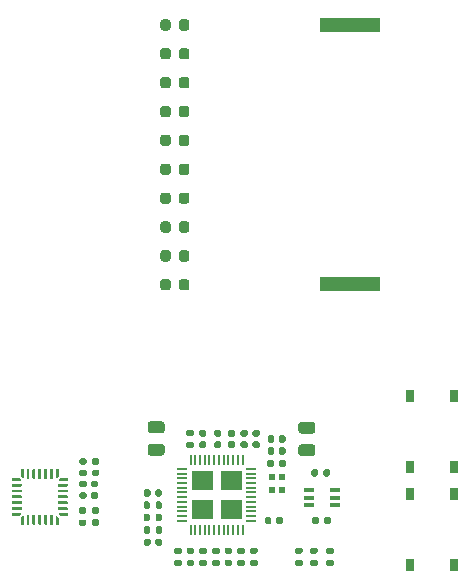
<source format=gtp>
G04 #@! TF.GenerationSoftware,KiCad,Pcbnew,(5.1.8)-1*
G04 #@! TF.CreationDate,2020-12-31T16:53:10-05:00*
G04 #@! TF.ProjectId,trackpad_test,74726163-6b70-4616-945f-746573742e6b,rev?*
G04 #@! TF.SameCoordinates,Original*
G04 #@! TF.FileFunction,Paste,Top*
G04 #@! TF.FilePolarity,Positive*
%FSLAX46Y46*%
G04 Gerber Fmt 4.6, Leading zero omitted, Abs format (unit mm)*
G04 Created by KiCad (PCBNEW (5.1.8)-1) date 2020-12-31 16:53:10*
%MOMM*%
%LPD*%
G01*
G04 APERTURE LIST*
%ADD10C,0.100000*%
%ADD11R,0.950000X0.400000*%
%ADD12R,0.500000X0.600000*%
%ADD13R,5.080000X1.270000*%
%ADD14R,0.850000X0.200000*%
%ADD15R,0.200000X0.850000*%
%ADD16R,0.700000X1.000000*%
G04 APERTURE END LIST*
D10*
G36*
X123426000Y-132225800D02*
G01*
X123426000Y-130675800D01*
X125126000Y-130675800D01*
X125126000Y-132225800D01*
X123426000Y-132225800D01*
G37*
X123426000Y-132225800D02*
X123426000Y-130675800D01*
X125126000Y-130675800D01*
X125126000Y-132225800D01*
X123426000Y-132225800D01*
G36*
X125826000Y-132175800D02*
G01*
X125826000Y-130625800D01*
X127526000Y-130625800D01*
X127526000Y-132175800D01*
X125826000Y-132175800D01*
G37*
X125826000Y-132175800D02*
X125826000Y-130625800D01*
X127526000Y-130625800D01*
X127526000Y-132175800D01*
X125826000Y-132175800D01*
G36*
X125826000Y-129725800D02*
G01*
X125826000Y-128175800D01*
X127526000Y-128175800D01*
X127526000Y-129725800D01*
X125826000Y-129725800D01*
G37*
X125826000Y-129725800D02*
X125826000Y-128175800D01*
X127526000Y-128175800D01*
X127526000Y-129725800D01*
X125826000Y-129725800D01*
G36*
X123426000Y-129775800D02*
G01*
X123426000Y-128225800D01*
X125126000Y-128225800D01*
X125126000Y-129775800D01*
X123426000Y-129775800D01*
G37*
X123426000Y-129775800D02*
X123426000Y-128225800D01*
X125126000Y-128225800D01*
X125126000Y-129775800D01*
X123426000Y-129775800D01*
D11*
X133299200Y-131119400D03*
X133299200Y-130469400D03*
X133299200Y-129819400D03*
X135499200Y-129819400D03*
X135499200Y-130469400D03*
X135499200Y-131119400D03*
G36*
G01*
X132620600Y-135243600D02*
X132250600Y-135243600D01*
G75*
G02*
X132115600Y-135108600I0J135000D01*
G01*
X132115600Y-134838600D01*
G75*
G02*
X132250600Y-134703600I135000J0D01*
G01*
X132620600Y-134703600D01*
G75*
G02*
X132755600Y-134838600I0J-135000D01*
G01*
X132755600Y-135108600D01*
G75*
G02*
X132620600Y-135243600I-135000J0D01*
G01*
G37*
G36*
G01*
X132620600Y-136263600D02*
X132250600Y-136263600D01*
G75*
G02*
X132115600Y-136128600I0J135000D01*
G01*
X132115600Y-135858600D01*
G75*
G02*
X132250600Y-135723600I135000J0D01*
G01*
X132620600Y-135723600D01*
G75*
G02*
X132755600Y-135858600I0J-135000D01*
G01*
X132755600Y-136128600D01*
G75*
G02*
X132620600Y-136263600I-135000J0D01*
G01*
G37*
D12*
X130181400Y-129861400D03*
X130181400Y-128761400D03*
X130981400Y-128761400D03*
X130981400Y-129861400D03*
D13*
X136753600Y-112381800D03*
X136753600Y-90411800D03*
D14*
X128426000Y-128025800D03*
X128426000Y-128425800D03*
X128426000Y-128825800D03*
X128426000Y-129225800D03*
X128426000Y-129625800D03*
X128426000Y-130025800D03*
X128426000Y-130425800D03*
X128426000Y-130825800D03*
X128426000Y-131225800D03*
X128426000Y-131625800D03*
X128426000Y-132025800D03*
X128426000Y-132425800D03*
D15*
X127676000Y-133175800D03*
X127276000Y-133175800D03*
X126876000Y-133175800D03*
X126476000Y-133175800D03*
X126076000Y-133175800D03*
X125676000Y-133175800D03*
X125276000Y-133175800D03*
X124876000Y-133175800D03*
X124476000Y-133175800D03*
X124076000Y-133175800D03*
X123676000Y-133175800D03*
X123276000Y-133175800D03*
D14*
X122526000Y-132425800D03*
X122526000Y-132025800D03*
X122526000Y-131625800D03*
X122526000Y-131225800D03*
X122526000Y-130825800D03*
X122526000Y-130425800D03*
X122526000Y-130025800D03*
X122526000Y-129625800D03*
X122526000Y-129225800D03*
X122526000Y-128825800D03*
X122526000Y-128425800D03*
X122526000Y-128025800D03*
D15*
X123276000Y-127275800D03*
X123676000Y-127275800D03*
X124076000Y-127275800D03*
X124476000Y-127275800D03*
X124876000Y-127275800D03*
X125276000Y-127275800D03*
X125676000Y-127275800D03*
X126076000Y-127275800D03*
X126476000Y-127275800D03*
X126876000Y-127275800D03*
X127276000Y-127275800D03*
X127676000Y-127275800D03*
G36*
G01*
X125227499Y-135725600D02*
X125597499Y-135725600D01*
G75*
G02*
X125732499Y-135860600I0J-135000D01*
G01*
X125732499Y-136130600D01*
G75*
G02*
X125597499Y-136265600I-135000J0D01*
G01*
X125227499Y-136265600D01*
G75*
G02*
X125092499Y-136130600I0J135000D01*
G01*
X125092499Y-135860600D01*
G75*
G02*
X125227499Y-135725600I135000J0D01*
G01*
G37*
G36*
G01*
X125227499Y-134705600D02*
X125597499Y-134705600D01*
G75*
G02*
X125732499Y-134840600I0J-135000D01*
G01*
X125732499Y-135110600D01*
G75*
G02*
X125597499Y-135245600I-135000J0D01*
G01*
X125227499Y-135245600D01*
G75*
G02*
X125092499Y-135110600I0J135000D01*
G01*
X125092499Y-134840600D01*
G75*
G02*
X125227499Y-134705600I135000J0D01*
G01*
G37*
G36*
G01*
X123085433Y-135725600D02*
X123455433Y-135725600D01*
G75*
G02*
X123590433Y-135860600I0J-135000D01*
G01*
X123590433Y-136130600D01*
G75*
G02*
X123455433Y-136265600I-135000J0D01*
G01*
X123085433Y-136265600D01*
G75*
G02*
X122950433Y-136130600I0J135000D01*
G01*
X122950433Y-135860600D01*
G75*
G02*
X123085433Y-135725600I135000J0D01*
G01*
G37*
G36*
G01*
X123085433Y-134705600D02*
X123455433Y-134705600D01*
G75*
G02*
X123590433Y-134840600I0J-135000D01*
G01*
X123590433Y-135110600D01*
G75*
G02*
X123455433Y-135245600I-135000J0D01*
G01*
X123085433Y-135245600D01*
G75*
G02*
X122950433Y-135110600I0J135000D01*
G01*
X122950433Y-134840600D01*
G75*
G02*
X123085433Y-134705600I135000J0D01*
G01*
G37*
G36*
G01*
X126298532Y-135725600D02*
X126668532Y-135725600D01*
G75*
G02*
X126803532Y-135860600I0J-135000D01*
G01*
X126803532Y-136130600D01*
G75*
G02*
X126668532Y-136265600I-135000J0D01*
G01*
X126298532Y-136265600D01*
G75*
G02*
X126163532Y-136130600I0J135000D01*
G01*
X126163532Y-135860600D01*
G75*
G02*
X126298532Y-135725600I135000J0D01*
G01*
G37*
G36*
G01*
X126298532Y-134705600D02*
X126668532Y-134705600D01*
G75*
G02*
X126803532Y-134840600I0J-135000D01*
G01*
X126803532Y-135110600D01*
G75*
G02*
X126668532Y-135245600I-135000J0D01*
G01*
X126298532Y-135245600D01*
G75*
G02*
X126163532Y-135110600I0J135000D01*
G01*
X126163532Y-134840600D01*
G75*
G02*
X126298532Y-134705600I135000J0D01*
G01*
G37*
G36*
G01*
X124156466Y-135725600D02*
X124526466Y-135725600D01*
G75*
G02*
X124661466Y-135860600I0J-135000D01*
G01*
X124661466Y-136130600D01*
G75*
G02*
X124526466Y-136265600I-135000J0D01*
G01*
X124156466Y-136265600D01*
G75*
G02*
X124021466Y-136130600I0J135000D01*
G01*
X124021466Y-135860600D01*
G75*
G02*
X124156466Y-135725600I135000J0D01*
G01*
G37*
G36*
G01*
X124156466Y-134705600D02*
X124526466Y-134705600D01*
G75*
G02*
X124661466Y-134840600I0J-135000D01*
G01*
X124661466Y-135110600D01*
G75*
G02*
X124526466Y-135245600I-135000J0D01*
G01*
X124156466Y-135245600D01*
G75*
G02*
X124021466Y-135110600I0J135000D01*
G01*
X124021466Y-134840600D01*
G75*
G02*
X124156466Y-134705600I135000J0D01*
G01*
G37*
G36*
G01*
X127369565Y-135725600D02*
X127739565Y-135725600D01*
G75*
G02*
X127874565Y-135860600I0J-135000D01*
G01*
X127874565Y-136130600D01*
G75*
G02*
X127739565Y-136265600I-135000J0D01*
G01*
X127369565Y-136265600D01*
G75*
G02*
X127234565Y-136130600I0J135000D01*
G01*
X127234565Y-135860600D01*
G75*
G02*
X127369565Y-135725600I135000J0D01*
G01*
G37*
G36*
G01*
X127369565Y-134705600D02*
X127739565Y-134705600D01*
G75*
G02*
X127874565Y-134840600I0J-135000D01*
G01*
X127874565Y-135110600D01*
G75*
G02*
X127739565Y-135245600I-135000J0D01*
G01*
X127369565Y-135245600D01*
G75*
G02*
X127234565Y-135110600I0J135000D01*
G01*
X127234565Y-134840600D01*
G75*
G02*
X127369565Y-134705600I135000J0D01*
G01*
G37*
G36*
G01*
X122014400Y-135725600D02*
X122384400Y-135725600D01*
G75*
G02*
X122519400Y-135860600I0J-135000D01*
G01*
X122519400Y-136130600D01*
G75*
G02*
X122384400Y-136265600I-135000J0D01*
G01*
X122014400Y-136265600D01*
G75*
G02*
X121879400Y-136130600I0J135000D01*
G01*
X121879400Y-135860600D01*
G75*
G02*
X122014400Y-135725600I135000J0D01*
G01*
G37*
G36*
G01*
X122014400Y-134705600D02*
X122384400Y-134705600D01*
G75*
G02*
X122519400Y-134840600I0J-135000D01*
G01*
X122519400Y-135110600D01*
G75*
G02*
X122384400Y-135245600I-135000J0D01*
G01*
X122014400Y-135245600D01*
G75*
G02*
X121879400Y-135110600I0J135000D01*
G01*
X121879400Y-134840600D01*
G75*
G02*
X122014400Y-134705600I135000J0D01*
G01*
G37*
G36*
G01*
X128440600Y-135725600D02*
X128810600Y-135725600D01*
G75*
G02*
X128945600Y-135860600I0J-135000D01*
G01*
X128945600Y-136130600D01*
G75*
G02*
X128810600Y-136265600I-135000J0D01*
G01*
X128440600Y-136265600D01*
G75*
G02*
X128305600Y-136130600I0J135000D01*
G01*
X128305600Y-135860600D01*
G75*
G02*
X128440600Y-135725600I135000J0D01*
G01*
G37*
G36*
G01*
X128440600Y-134705600D02*
X128810600Y-134705600D01*
G75*
G02*
X128945600Y-134840600I0J-135000D01*
G01*
X128945600Y-135110600D01*
G75*
G02*
X128810600Y-135245600I-135000J0D01*
G01*
X128440600Y-135245600D01*
G75*
G02*
X128305600Y-135110600I0J135000D01*
G01*
X128305600Y-134840600D01*
G75*
G02*
X128440600Y-134705600I135000J0D01*
G01*
G37*
G36*
G01*
X119833800Y-130924800D02*
X119833800Y-131294800D01*
G75*
G02*
X119698800Y-131429800I-135000J0D01*
G01*
X119428800Y-131429800D01*
G75*
G02*
X119293800Y-131294800I0J135000D01*
G01*
X119293800Y-130924800D01*
G75*
G02*
X119428800Y-130789800I135000J0D01*
G01*
X119698800Y-130789800D01*
G75*
G02*
X119833800Y-130924800I0J-135000D01*
G01*
G37*
G36*
G01*
X120853800Y-130924800D02*
X120853800Y-131294800D01*
G75*
G02*
X120718800Y-131429800I-135000J0D01*
G01*
X120448800Y-131429800D01*
G75*
G02*
X120313800Y-131294800I0J135000D01*
G01*
X120313800Y-130924800D01*
G75*
G02*
X120448800Y-130789800I135000J0D01*
G01*
X120718800Y-130789800D01*
G75*
G02*
X120853800Y-130924800I0J-135000D01*
G01*
G37*
G36*
G01*
X119833800Y-131971200D02*
X119833800Y-132341200D01*
G75*
G02*
X119698800Y-132476200I-135000J0D01*
G01*
X119428800Y-132476200D01*
G75*
G02*
X119293800Y-132341200I0J135000D01*
G01*
X119293800Y-131971200D01*
G75*
G02*
X119428800Y-131836200I135000J0D01*
G01*
X119698800Y-131836200D01*
G75*
G02*
X119833800Y-131971200I0J-135000D01*
G01*
G37*
G36*
G01*
X120853800Y-131971200D02*
X120853800Y-132341200D01*
G75*
G02*
X120718800Y-132476200I-135000J0D01*
G01*
X120448800Y-132476200D01*
G75*
G02*
X120313800Y-132341200I0J135000D01*
G01*
X120313800Y-131971200D01*
G75*
G02*
X120448800Y-131836200I135000J0D01*
G01*
X120718800Y-131836200D01*
G75*
G02*
X120853800Y-131971200I0J-135000D01*
G01*
G37*
G36*
G01*
X119833800Y-133017600D02*
X119833800Y-133387600D01*
G75*
G02*
X119698800Y-133522600I-135000J0D01*
G01*
X119428800Y-133522600D01*
G75*
G02*
X119293800Y-133387600I0J135000D01*
G01*
X119293800Y-133017600D01*
G75*
G02*
X119428800Y-132882600I135000J0D01*
G01*
X119698800Y-132882600D01*
G75*
G02*
X119833800Y-133017600I0J-135000D01*
G01*
G37*
G36*
G01*
X120853800Y-133017600D02*
X120853800Y-133387600D01*
G75*
G02*
X120718800Y-133522600I-135000J0D01*
G01*
X120448800Y-133522600D01*
G75*
G02*
X120313800Y-133387600I0J135000D01*
G01*
X120313800Y-133017600D01*
G75*
G02*
X120448800Y-132882600I135000J0D01*
G01*
X120718800Y-132882600D01*
G75*
G02*
X120853800Y-133017600I0J-135000D01*
G01*
G37*
D16*
X141840999Y-121835001D03*
X145540999Y-127835001D03*
X145540999Y-121835001D03*
X141840999Y-127835001D03*
G36*
G01*
X134917600Y-135725600D02*
X135287600Y-135725600D01*
G75*
G02*
X135422600Y-135860600I0J-135000D01*
G01*
X135422600Y-136130600D01*
G75*
G02*
X135287600Y-136265600I-135000J0D01*
G01*
X134917600Y-136265600D01*
G75*
G02*
X134782600Y-136130600I0J135000D01*
G01*
X134782600Y-135860600D01*
G75*
G02*
X134917600Y-135725600I135000J0D01*
G01*
G37*
G36*
G01*
X134917600Y-134705600D02*
X135287600Y-134705600D01*
G75*
G02*
X135422600Y-134840600I0J-135000D01*
G01*
X135422600Y-135110600D01*
G75*
G02*
X135287600Y-135245600I-135000J0D01*
G01*
X134917600Y-135245600D01*
G75*
G02*
X134782600Y-135110600I0J135000D01*
G01*
X134782600Y-134840600D01*
G75*
G02*
X134917600Y-134705600I135000J0D01*
G01*
G37*
G36*
G01*
X133520600Y-135725600D02*
X133890600Y-135725600D01*
G75*
G02*
X134025600Y-135860600I0J-135000D01*
G01*
X134025600Y-136130600D01*
G75*
G02*
X133890600Y-136265600I-135000J0D01*
G01*
X133520600Y-136265600D01*
G75*
G02*
X133385600Y-136130600I0J135000D01*
G01*
X133385600Y-135860600D01*
G75*
G02*
X133520600Y-135725600I135000J0D01*
G01*
G37*
G36*
G01*
X133520600Y-134705600D02*
X133890600Y-134705600D01*
G75*
G02*
X134025600Y-134840600I0J-135000D01*
G01*
X134025600Y-135110600D01*
G75*
G02*
X133890600Y-135245600I-135000J0D01*
G01*
X133520600Y-135245600D01*
G75*
G02*
X133385600Y-135110600I0J135000D01*
G01*
X133385600Y-134840600D01*
G75*
G02*
X133520600Y-134705600I135000J0D01*
G01*
G37*
G36*
G01*
X134126000Y-132199800D02*
X134126000Y-132569800D01*
G75*
G02*
X133991000Y-132704800I-135000J0D01*
G01*
X133721000Y-132704800D01*
G75*
G02*
X133586000Y-132569800I0J135000D01*
G01*
X133586000Y-132199800D01*
G75*
G02*
X133721000Y-132064800I135000J0D01*
G01*
X133991000Y-132064800D01*
G75*
G02*
X134126000Y-132199800I0J-135000D01*
G01*
G37*
G36*
G01*
X135146000Y-132199800D02*
X135146000Y-132569800D01*
G75*
G02*
X135011000Y-132704800I-135000J0D01*
G01*
X134741000Y-132704800D01*
G75*
G02*
X134606000Y-132569800I0J135000D01*
G01*
X134606000Y-132199800D01*
G75*
G02*
X134741000Y-132064800I135000J0D01*
G01*
X135011000Y-132064800D01*
G75*
G02*
X135146000Y-132199800I0J-135000D01*
G01*
G37*
G36*
G01*
X134049800Y-128186601D02*
X134049800Y-128556601D01*
G75*
G02*
X133914800Y-128691601I-135000J0D01*
G01*
X133644800Y-128691601D01*
G75*
G02*
X133509800Y-128556601I0J135000D01*
G01*
X133509800Y-128186601D01*
G75*
G02*
X133644800Y-128051601I135000J0D01*
G01*
X133914800Y-128051601D01*
G75*
G02*
X134049800Y-128186601I0J-135000D01*
G01*
G37*
G36*
G01*
X135069800Y-128186601D02*
X135069800Y-128556601D01*
G75*
G02*
X134934800Y-128691601I-135000J0D01*
G01*
X134664800Y-128691601D01*
G75*
G02*
X134529800Y-128556601I0J135000D01*
G01*
X134529800Y-128186601D01*
G75*
G02*
X134664800Y-128051601I135000J0D01*
G01*
X134934800Y-128051601D01*
G75*
G02*
X135069800Y-128186601I0J-135000D01*
G01*
G37*
G36*
G01*
X133596400Y-125051400D02*
X132646400Y-125051400D01*
G75*
G02*
X132396400Y-124801400I0J250000D01*
G01*
X132396400Y-124301400D01*
G75*
G02*
X132646400Y-124051400I250000J0D01*
G01*
X133596400Y-124051400D01*
G75*
G02*
X133846400Y-124301400I0J-250000D01*
G01*
X133846400Y-124801400D01*
G75*
G02*
X133596400Y-125051400I-250000J0D01*
G01*
G37*
G36*
G01*
X133596400Y-126951400D02*
X132646400Y-126951400D01*
G75*
G02*
X132396400Y-126701400I0J250000D01*
G01*
X132396400Y-126201400D01*
G75*
G02*
X132646400Y-125951400I250000J0D01*
G01*
X133596400Y-125951400D01*
G75*
G02*
X133846400Y-126201400I0J-250000D01*
G01*
X133846400Y-126701400D01*
G75*
G02*
X133596400Y-126951400I-250000J0D01*
G01*
G37*
G36*
G01*
X119895600Y-125915800D02*
X120845600Y-125915800D01*
G75*
G02*
X121095600Y-126165800I0J-250000D01*
G01*
X121095600Y-126665800D01*
G75*
G02*
X120845600Y-126915800I-250000J0D01*
G01*
X119895600Y-126915800D01*
G75*
G02*
X119645600Y-126665800I0J250000D01*
G01*
X119645600Y-126165800D01*
G75*
G02*
X119895600Y-125915800I250000J0D01*
G01*
G37*
G36*
G01*
X119895600Y-124015800D02*
X120845600Y-124015800D01*
G75*
G02*
X121095600Y-124265800I0J-250000D01*
G01*
X121095600Y-124765800D01*
G75*
G02*
X120845600Y-125015800I-250000J0D01*
G01*
X119895600Y-125015800D01*
G75*
G02*
X119645600Y-124765800I0J250000D01*
G01*
X119645600Y-124265800D01*
G75*
G02*
X119895600Y-124015800I250000J0D01*
G01*
G37*
X141884400Y-130144000D03*
X145584400Y-136144000D03*
X145584400Y-130144000D03*
X141884400Y-136144000D03*
G36*
G01*
X130796000Y-127769200D02*
X130796000Y-127399200D01*
G75*
G02*
X130931000Y-127264200I135000J0D01*
G01*
X131201000Y-127264200D01*
G75*
G02*
X131336000Y-127399200I0J-135000D01*
G01*
X131336000Y-127769200D01*
G75*
G02*
X131201000Y-127904200I-135000J0D01*
G01*
X130931000Y-127904200D01*
G75*
G02*
X130796000Y-127769200I0J135000D01*
G01*
G37*
G36*
G01*
X129776000Y-127769200D02*
X129776000Y-127399200D01*
G75*
G02*
X129911000Y-127264200I135000J0D01*
G01*
X130181000Y-127264200D01*
G75*
G02*
X130316000Y-127399200I0J-135000D01*
G01*
X130316000Y-127769200D01*
G75*
G02*
X130181000Y-127904200I-135000J0D01*
G01*
X129911000Y-127904200D01*
G75*
G02*
X129776000Y-127769200I0J135000D01*
G01*
G37*
G36*
G01*
X123055800Y-125739400D02*
X123425800Y-125739400D01*
G75*
G02*
X123560800Y-125874400I0J-135000D01*
G01*
X123560800Y-126144400D01*
G75*
G02*
X123425800Y-126279400I-135000J0D01*
G01*
X123055800Y-126279400D01*
G75*
G02*
X122920800Y-126144400I0J135000D01*
G01*
X122920800Y-125874400D01*
G75*
G02*
X123055800Y-125739400I135000J0D01*
G01*
G37*
G36*
G01*
X123055800Y-124719400D02*
X123425800Y-124719400D01*
G75*
G02*
X123560800Y-124854400I0J-135000D01*
G01*
X123560800Y-125124400D01*
G75*
G02*
X123425800Y-125259400I-135000J0D01*
G01*
X123055800Y-125259400D01*
G75*
G02*
X122920800Y-125124400I0J135000D01*
G01*
X122920800Y-124854400D01*
G75*
G02*
X123055800Y-124719400I135000J0D01*
G01*
G37*
G36*
G01*
X119893800Y-134069000D02*
X119893800Y-134409000D01*
G75*
G02*
X119753800Y-134549000I-140000J0D01*
G01*
X119473800Y-134549000D01*
G75*
G02*
X119333800Y-134409000I0J140000D01*
G01*
X119333800Y-134069000D01*
G75*
G02*
X119473800Y-133929000I140000J0D01*
G01*
X119753800Y-133929000D01*
G75*
G02*
X119893800Y-134069000I0J-140000D01*
G01*
G37*
G36*
G01*
X120853800Y-134069000D02*
X120853800Y-134409000D01*
G75*
G02*
X120713800Y-134549000I-140000J0D01*
G01*
X120433800Y-134549000D01*
G75*
G02*
X120293800Y-134409000I0J140000D01*
G01*
X120293800Y-134069000D01*
G75*
G02*
X120433800Y-133929000I140000J0D01*
G01*
X120713800Y-133929000D01*
G75*
G02*
X120853800Y-134069000I0J-140000D01*
G01*
G37*
G36*
G01*
X130530000Y-132580200D02*
X130530000Y-132240200D01*
G75*
G02*
X130670000Y-132100200I140000J0D01*
G01*
X130950000Y-132100200D01*
G75*
G02*
X131090000Y-132240200I0J-140000D01*
G01*
X131090000Y-132580200D01*
G75*
G02*
X130950000Y-132720200I-140000J0D01*
G01*
X130670000Y-132720200D01*
G75*
G02*
X130530000Y-132580200I0J140000D01*
G01*
G37*
G36*
G01*
X129570000Y-132580200D02*
X129570000Y-132240200D01*
G75*
G02*
X129710000Y-132100200I140000J0D01*
G01*
X129990000Y-132100200D01*
G75*
G02*
X130130000Y-132240200I0J-140000D01*
G01*
X130130000Y-132580200D01*
G75*
G02*
X129990000Y-132720200I-140000J0D01*
G01*
X129710000Y-132720200D01*
G75*
G02*
X129570000Y-132580200I0J140000D01*
G01*
G37*
G36*
G01*
X119893800Y-129903400D02*
X119893800Y-130243400D01*
G75*
G02*
X119753800Y-130383400I-140000J0D01*
G01*
X119473800Y-130383400D01*
G75*
G02*
X119333800Y-130243400I0J140000D01*
G01*
X119333800Y-129903400D01*
G75*
G02*
X119473800Y-129763400I140000J0D01*
G01*
X119753800Y-129763400D01*
G75*
G02*
X119893800Y-129903400I0J-140000D01*
G01*
G37*
G36*
G01*
X120853800Y-129903400D02*
X120853800Y-130243400D01*
G75*
G02*
X120713800Y-130383400I-140000J0D01*
G01*
X120433800Y-130383400D01*
G75*
G02*
X120293800Y-130243400I0J140000D01*
G01*
X120293800Y-129903400D01*
G75*
G02*
X120433800Y-129763400I140000J0D01*
G01*
X120713800Y-129763400D01*
G75*
G02*
X120853800Y-129903400I0J-140000D01*
G01*
G37*
G36*
G01*
X130756000Y-126687400D02*
X130756000Y-126347400D01*
G75*
G02*
X130896000Y-126207400I140000J0D01*
G01*
X131176000Y-126207400D01*
G75*
G02*
X131316000Y-126347400I0J-140000D01*
G01*
X131316000Y-126687400D01*
G75*
G02*
X131176000Y-126827400I-140000J0D01*
G01*
X130896000Y-126827400D01*
G75*
G02*
X130756000Y-126687400I0J140000D01*
G01*
G37*
G36*
G01*
X129796000Y-126687400D02*
X129796000Y-126347400D01*
G75*
G02*
X129936000Y-126207400I140000J0D01*
G01*
X130216000Y-126207400D01*
G75*
G02*
X130356000Y-126347400I0J-140000D01*
G01*
X130356000Y-126687400D01*
G75*
G02*
X130216000Y-126827400I-140000J0D01*
G01*
X129936000Y-126827400D01*
G75*
G02*
X129796000Y-126687400I0J140000D01*
G01*
G37*
G36*
G01*
X130756000Y-125671400D02*
X130756000Y-125331400D01*
G75*
G02*
X130896000Y-125191400I140000J0D01*
G01*
X131176000Y-125191400D01*
G75*
G02*
X131316000Y-125331400I0J-140000D01*
G01*
X131316000Y-125671400D01*
G75*
G02*
X131176000Y-125811400I-140000J0D01*
G01*
X130896000Y-125811400D01*
G75*
G02*
X130756000Y-125671400I0J140000D01*
G01*
G37*
G36*
G01*
X129796000Y-125671400D02*
X129796000Y-125331400D01*
G75*
G02*
X129936000Y-125191400I140000J0D01*
G01*
X130216000Y-125191400D01*
G75*
G02*
X130356000Y-125331400I0J-140000D01*
G01*
X130356000Y-125671400D01*
G75*
G02*
X130216000Y-125811400I-140000J0D01*
G01*
X129936000Y-125811400D01*
G75*
G02*
X129796000Y-125671400I0J140000D01*
G01*
G37*
G36*
G01*
X124137600Y-125701400D02*
X124477600Y-125701400D01*
G75*
G02*
X124617600Y-125841400I0J-140000D01*
G01*
X124617600Y-126121400D01*
G75*
G02*
X124477600Y-126261400I-140000J0D01*
G01*
X124137600Y-126261400D01*
G75*
G02*
X123997600Y-126121400I0J140000D01*
G01*
X123997600Y-125841400D01*
G75*
G02*
X124137600Y-125701400I140000J0D01*
G01*
G37*
G36*
G01*
X124137600Y-124741400D02*
X124477600Y-124741400D01*
G75*
G02*
X124617600Y-124881400I0J-140000D01*
G01*
X124617600Y-125161400D01*
G75*
G02*
X124477600Y-125301400I-140000J0D01*
G01*
X124137600Y-125301400D01*
G75*
G02*
X123997600Y-125161400I0J140000D01*
G01*
X123997600Y-124881400D01*
G75*
G02*
X124137600Y-124741400I140000J0D01*
G01*
G37*
G36*
G01*
X125407600Y-125701400D02*
X125747600Y-125701400D01*
G75*
G02*
X125887600Y-125841400I0J-140000D01*
G01*
X125887600Y-126121400D01*
G75*
G02*
X125747600Y-126261400I-140000J0D01*
G01*
X125407600Y-126261400D01*
G75*
G02*
X125267600Y-126121400I0J140000D01*
G01*
X125267600Y-125841400D01*
G75*
G02*
X125407600Y-125701400I140000J0D01*
G01*
G37*
G36*
G01*
X125407600Y-124741400D02*
X125747600Y-124741400D01*
G75*
G02*
X125887600Y-124881400I0J-140000D01*
G01*
X125887600Y-125161400D01*
G75*
G02*
X125747600Y-125301400I-140000J0D01*
G01*
X125407600Y-125301400D01*
G75*
G02*
X125267600Y-125161400I0J140000D01*
G01*
X125267600Y-124881400D01*
G75*
G02*
X125407600Y-124741400I140000J0D01*
G01*
G37*
G36*
G01*
X127982800Y-125301400D02*
X127642800Y-125301400D01*
G75*
G02*
X127502800Y-125161400I0J140000D01*
G01*
X127502800Y-124881400D01*
G75*
G02*
X127642800Y-124741400I140000J0D01*
G01*
X127982800Y-124741400D01*
G75*
G02*
X128122800Y-124881400I0J-140000D01*
G01*
X128122800Y-125161400D01*
G75*
G02*
X127982800Y-125301400I-140000J0D01*
G01*
G37*
G36*
G01*
X127982800Y-126261400D02*
X127642800Y-126261400D01*
G75*
G02*
X127502800Y-126121400I0J140000D01*
G01*
X127502800Y-125841400D01*
G75*
G02*
X127642800Y-125701400I140000J0D01*
G01*
X127982800Y-125701400D01*
G75*
G02*
X128122800Y-125841400I0J-140000D01*
G01*
X128122800Y-126121400D01*
G75*
G02*
X127982800Y-126261400I-140000J0D01*
G01*
G37*
G36*
G01*
X126916000Y-125301400D02*
X126576000Y-125301400D01*
G75*
G02*
X126436000Y-125161400I0J140000D01*
G01*
X126436000Y-124881400D01*
G75*
G02*
X126576000Y-124741400I140000J0D01*
G01*
X126916000Y-124741400D01*
G75*
G02*
X127056000Y-124881400I0J-140000D01*
G01*
X127056000Y-125161400D01*
G75*
G02*
X126916000Y-125301400I-140000J0D01*
G01*
G37*
G36*
G01*
X126916000Y-126261400D02*
X126576000Y-126261400D01*
G75*
G02*
X126436000Y-126121400I0J140000D01*
G01*
X126436000Y-125841400D01*
G75*
G02*
X126576000Y-125701400I140000J0D01*
G01*
X126916000Y-125701400D01*
G75*
G02*
X127056000Y-125841400I0J-140000D01*
G01*
X127056000Y-126121400D01*
G75*
G02*
X126916000Y-126261400I-140000J0D01*
G01*
G37*
G36*
G01*
X128998800Y-125301400D02*
X128658800Y-125301400D01*
G75*
G02*
X128518800Y-125161400I0J140000D01*
G01*
X128518800Y-124881400D01*
G75*
G02*
X128658800Y-124741400I140000J0D01*
G01*
X128998800Y-124741400D01*
G75*
G02*
X129138800Y-124881400I0J-140000D01*
G01*
X129138800Y-125161400D01*
G75*
G02*
X128998800Y-125301400I-140000J0D01*
G01*
G37*
G36*
G01*
X128998800Y-126261400D02*
X128658800Y-126261400D01*
G75*
G02*
X128518800Y-126121400I0J140000D01*
G01*
X128518800Y-125841400D01*
G75*
G02*
X128658800Y-125701400I140000J0D01*
G01*
X128998800Y-125701400D01*
G75*
G02*
X129138800Y-125841400I0J-140000D01*
G01*
X129138800Y-126121400D01*
G75*
G02*
X128998800Y-126261400I-140000J0D01*
G01*
G37*
G36*
G01*
X115054800Y-132318000D02*
X115424800Y-132318000D01*
G75*
G02*
X115559800Y-132453000I0J-135000D01*
G01*
X115559800Y-132723000D01*
G75*
G02*
X115424800Y-132858000I-135000J0D01*
G01*
X115054800Y-132858000D01*
G75*
G02*
X114919800Y-132723000I0J135000D01*
G01*
X114919800Y-132453000D01*
G75*
G02*
X115054800Y-132318000I135000J0D01*
G01*
G37*
G36*
G01*
X115054800Y-131298000D02*
X115424800Y-131298000D01*
G75*
G02*
X115559800Y-131433000I0J-135000D01*
G01*
X115559800Y-131703000D01*
G75*
G02*
X115424800Y-131838000I-135000J0D01*
G01*
X115054800Y-131838000D01*
G75*
G02*
X114919800Y-131703000I0J135000D01*
G01*
X114919800Y-131433000D01*
G75*
G02*
X115054800Y-131298000I135000J0D01*
G01*
G37*
G36*
G01*
X113937200Y-132320000D02*
X114307200Y-132320000D01*
G75*
G02*
X114442200Y-132455000I0J-135000D01*
G01*
X114442200Y-132725000D01*
G75*
G02*
X114307200Y-132860000I-135000J0D01*
G01*
X113937200Y-132860000D01*
G75*
G02*
X113802200Y-132725000I0J135000D01*
G01*
X113802200Y-132455000D01*
G75*
G02*
X113937200Y-132320000I135000J0D01*
G01*
G37*
G36*
G01*
X113937200Y-131300000D02*
X114307200Y-131300000D01*
G75*
G02*
X114442200Y-131435000I0J-135000D01*
G01*
X114442200Y-131705000D01*
G75*
G02*
X114307200Y-131840000I-135000J0D01*
G01*
X113937200Y-131840000D01*
G75*
G02*
X113802200Y-131705000I0J135000D01*
G01*
X113802200Y-131435000D01*
G75*
G02*
X113937200Y-131300000I135000J0D01*
G01*
G37*
G36*
G01*
X121595501Y-90193150D02*
X121595501Y-90705650D01*
G75*
G02*
X121376751Y-90924400I-218750J0D01*
G01*
X120939251Y-90924400D01*
G75*
G02*
X120720501Y-90705650I0J218750D01*
G01*
X120720501Y-90193150D01*
G75*
G02*
X120939251Y-89974400I218750J0D01*
G01*
X121376751Y-89974400D01*
G75*
G02*
X121595501Y-90193150I0J-218750D01*
G01*
G37*
G36*
G01*
X123170501Y-90193150D02*
X123170501Y-90705650D01*
G75*
G02*
X122951751Y-90924400I-218750J0D01*
G01*
X122514251Y-90924400D01*
G75*
G02*
X122295501Y-90705650I0J218750D01*
G01*
X122295501Y-90193150D01*
G75*
G02*
X122514251Y-89974400I218750J0D01*
G01*
X122951751Y-89974400D01*
G75*
G02*
X123170501Y-90193150I0J-218750D01*
G01*
G37*
G36*
G01*
X121595501Y-112189550D02*
X121595501Y-112702050D01*
G75*
G02*
X121376751Y-112920800I-218750J0D01*
G01*
X120939251Y-112920800D01*
G75*
G02*
X120720501Y-112702050I0J218750D01*
G01*
X120720501Y-112189550D01*
G75*
G02*
X120939251Y-111970800I218750J0D01*
G01*
X121376751Y-111970800D01*
G75*
G02*
X121595501Y-112189550I0J-218750D01*
G01*
G37*
G36*
G01*
X123170501Y-112189550D02*
X123170501Y-112702050D01*
G75*
G02*
X122951751Y-112920800I-218750J0D01*
G01*
X122514251Y-112920800D01*
G75*
G02*
X122295501Y-112702050I0J218750D01*
G01*
X122295501Y-112189550D01*
G75*
G02*
X122514251Y-111970800I218750J0D01*
G01*
X122951751Y-111970800D01*
G75*
G02*
X123170501Y-112189550I0J-218750D01*
G01*
G37*
G36*
G01*
X121595501Y-109745502D02*
X121595501Y-110258002D01*
G75*
G02*
X121376751Y-110476752I-218750J0D01*
G01*
X120939251Y-110476752D01*
G75*
G02*
X120720501Y-110258002I0J218750D01*
G01*
X120720501Y-109745502D01*
G75*
G02*
X120939251Y-109526752I218750J0D01*
G01*
X121376751Y-109526752D01*
G75*
G02*
X121595501Y-109745502I0J-218750D01*
G01*
G37*
G36*
G01*
X123170501Y-109745502D02*
X123170501Y-110258002D01*
G75*
G02*
X122951751Y-110476752I-218750J0D01*
G01*
X122514251Y-110476752D01*
G75*
G02*
X122295501Y-110258002I0J218750D01*
G01*
X122295501Y-109745502D01*
G75*
G02*
X122514251Y-109526752I218750J0D01*
G01*
X122951751Y-109526752D01*
G75*
G02*
X123170501Y-109745502I0J-218750D01*
G01*
G37*
G36*
G01*
X121595501Y-107301458D02*
X121595501Y-107813958D01*
G75*
G02*
X121376751Y-108032708I-218750J0D01*
G01*
X120939251Y-108032708D01*
G75*
G02*
X120720501Y-107813958I0J218750D01*
G01*
X120720501Y-107301458D01*
G75*
G02*
X120939251Y-107082708I218750J0D01*
G01*
X121376751Y-107082708D01*
G75*
G02*
X121595501Y-107301458I0J-218750D01*
G01*
G37*
G36*
G01*
X123170501Y-107301458D02*
X123170501Y-107813958D01*
G75*
G02*
X122951751Y-108032708I-218750J0D01*
G01*
X122514251Y-108032708D01*
G75*
G02*
X122295501Y-107813958I0J218750D01*
G01*
X122295501Y-107301458D01*
G75*
G02*
X122514251Y-107082708I218750J0D01*
G01*
X122951751Y-107082708D01*
G75*
G02*
X123170501Y-107301458I0J-218750D01*
G01*
G37*
G36*
G01*
X121595501Y-104857414D02*
X121595501Y-105369914D01*
G75*
G02*
X121376751Y-105588664I-218750J0D01*
G01*
X120939251Y-105588664D01*
G75*
G02*
X120720501Y-105369914I0J218750D01*
G01*
X120720501Y-104857414D01*
G75*
G02*
X120939251Y-104638664I218750J0D01*
G01*
X121376751Y-104638664D01*
G75*
G02*
X121595501Y-104857414I0J-218750D01*
G01*
G37*
G36*
G01*
X123170501Y-104857414D02*
X123170501Y-105369914D01*
G75*
G02*
X122951751Y-105588664I-218750J0D01*
G01*
X122514251Y-105588664D01*
G75*
G02*
X122295501Y-105369914I0J218750D01*
G01*
X122295501Y-104857414D01*
G75*
G02*
X122514251Y-104638664I218750J0D01*
G01*
X122951751Y-104638664D01*
G75*
G02*
X123170501Y-104857414I0J-218750D01*
G01*
G37*
G36*
G01*
X121595501Y-102413370D02*
X121595501Y-102925870D01*
G75*
G02*
X121376751Y-103144620I-218750J0D01*
G01*
X120939251Y-103144620D01*
G75*
G02*
X120720501Y-102925870I0J218750D01*
G01*
X120720501Y-102413370D01*
G75*
G02*
X120939251Y-102194620I218750J0D01*
G01*
X121376751Y-102194620D01*
G75*
G02*
X121595501Y-102413370I0J-218750D01*
G01*
G37*
G36*
G01*
X123170501Y-102413370D02*
X123170501Y-102925870D01*
G75*
G02*
X122951751Y-103144620I-218750J0D01*
G01*
X122514251Y-103144620D01*
G75*
G02*
X122295501Y-102925870I0J218750D01*
G01*
X122295501Y-102413370D01*
G75*
G02*
X122514251Y-102194620I218750J0D01*
G01*
X122951751Y-102194620D01*
G75*
G02*
X123170501Y-102413370I0J-218750D01*
G01*
G37*
G36*
G01*
X121595501Y-99969326D02*
X121595501Y-100481826D01*
G75*
G02*
X121376751Y-100700576I-218750J0D01*
G01*
X120939251Y-100700576D01*
G75*
G02*
X120720501Y-100481826I0J218750D01*
G01*
X120720501Y-99969326D01*
G75*
G02*
X120939251Y-99750576I218750J0D01*
G01*
X121376751Y-99750576D01*
G75*
G02*
X121595501Y-99969326I0J-218750D01*
G01*
G37*
G36*
G01*
X123170501Y-99969326D02*
X123170501Y-100481826D01*
G75*
G02*
X122951751Y-100700576I-218750J0D01*
G01*
X122514251Y-100700576D01*
G75*
G02*
X122295501Y-100481826I0J218750D01*
G01*
X122295501Y-99969326D01*
G75*
G02*
X122514251Y-99750576I218750J0D01*
G01*
X122951751Y-99750576D01*
G75*
G02*
X123170501Y-99969326I0J-218750D01*
G01*
G37*
G36*
G01*
X121595501Y-97525282D02*
X121595501Y-98037782D01*
G75*
G02*
X121376751Y-98256532I-218750J0D01*
G01*
X120939251Y-98256532D01*
G75*
G02*
X120720501Y-98037782I0J218750D01*
G01*
X120720501Y-97525282D01*
G75*
G02*
X120939251Y-97306532I218750J0D01*
G01*
X121376751Y-97306532D01*
G75*
G02*
X121595501Y-97525282I0J-218750D01*
G01*
G37*
G36*
G01*
X123170501Y-97525282D02*
X123170501Y-98037782D01*
G75*
G02*
X122951751Y-98256532I-218750J0D01*
G01*
X122514251Y-98256532D01*
G75*
G02*
X122295501Y-98037782I0J218750D01*
G01*
X122295501Y-97525282D01*
G75*
G02*
X122514251Y-97306532I218750J0D01*
G01*
X122951751Y-97306532D01*
G75*
G02*
X123170501Y-97525282I0J-218750D01*
G01*
G37*
G36*
G01*
X121595501Y-95081238D02*
X121595501Y-95593738D01*
G75*
G02*
X121376751Y-95812488I-218750J0D01*
G01*
X120939251Y-95812488D01*
G75*
G02*
X120720501Y-95593738I0J218750D01*
G01*
X120720501Y-95081238D01*
G75*
G02*
X120939251Y-94862488I218750J0D01*
G01*
X121376751Y-94862488D01*
G75*
G02*
X121595501Y-95081238I0J-218750D01*
G01*
G37*
G36*
G01*
X123170501Y-95081238D02*
X123170501Y-95593738D01*
G75*
G02*
X122951751Y-95812488I-218750J0D01*
G01*
X122514251Y-95812488D01*
G75*
G02*
X122295501Y-95593738I0J218750D01*
G01*
X122295501Y-95081238D01*
G75*
G02*
X122514251Y-94862488I218750J0D01*
G01*
X122951751Y-94862488D01*
G75*
G02*
X123170501Y-95081238I0J-218750D01*
G01*
G37*
G36*
G01*
X121595501Y-92637194D02*
X121595501Y-93149694D01*
G75*
G02*
X121376751Y-93368444I-218750J0D01*
G01*
X120939251Y-93368444D01*
G75*
G02*
X120720501Y-93149694I0J218750D01*
G01*
X120720501Y-92637194D01*
G75*
G02*
X120939251Y-92418444I218750J0D01*
G01*
X121376751Y-92418444D01*
G75*
G02*
X121595501Y-92637194I0J-218750D01*
G01*
G37*
G36*
G01*
X123170501Y-92637194D02*
X123170501Y-93149694D01*
G75*
G02*
X122951751Y-93368444I-218750J0D01*
G01*
X122514251Y-93368444D01*
G75*
G02*
X122295501Y-93149694I0J218750D01*
G01*
X122295501Y-92637194D01*
G75*
G02*
X122514251Y-92418444I218750J0D01*
G01*
X122951751Y-92418444D01*
G75*
G02*
X123170501Y-92637194I0J-218750D01*
G01*
G37*
G36*
G01*
X114343000Y-127691600D02*
X114003000Y-127691600D01*
G75*
G02*
X113863000Y-127551600I0J140000D01*
G01*
X113863000Y-127271600D01*
G75*
G02*
X114003000Y-127131600I140000J0D01*
G01*
X114343000Y-127131600D01*
G75*
G02*
X114483000Y-127271600I0J-140000D01*
G01*
X114483000Y-127551600D01*
G75*
G02*
X114343000Y-127691600I-140000J0D01*
G01*
G37*
G36*
G01*
X114343000Y-128651600D02*
X114003000Y-128651600D01*
G75*
G02*
X113863000Y-128511600I0J140000D01*
G01*
X113863000Y-128231600D01*
G75*
G02*
X114003000Y-128091600I140000J0D01*
G01*
X114343000Y-128091600D01*
G75*
G02*
X114483000Y-128231600I0J-140000D01*
G01*
X114483000Y-128511600D01*
G75*
G02*
X114343000Y-128651600I-140000J0D01*
G01*
G37*
G36*
G01*
X115069800Y-128091600D02*
X115409800Y-128091600D01*
G75*
G02*
X115549800Y-128231600I0J-140000D01*
G01*
X115549800Y-128511600D01*
G75*
G02*
X115409800Y-128651600I-140000J0D01*
G01*
X115069800Y-128651600D01*
G75*
G02*
X114929800Y-128511600I0J140000D01*
G01*
X114929800Y-128231600D01*
G75*
G02*
X115069800Y-128091600I140000J0D01*
G01*
G37*
G36*
G01*
X115069800Y-127131600D02*
X115409800Y-127131600D01*
G75*
G02*
X115549800Y-127271600I0J-140000D01*
G01*
X115549800Y-127551600D01*
G75*
G02*
X115409800Y-127691600I-140000J0D01*
G01*
X115069800Y-127691600D01*
G75*
G02*
X114929800Y-127551600I0J140000D01*
G01*
X114929800Y-127271600D01*
G75*
G02*
X115069800Y-127131600I140000J0D01*
G01*
G37*
G36*
G01*
X115308200Y-129594000D02*
X114968200Y-129594000D01*
G75*
G02*
X114828200Y-129454000I0J140000D01*
G01*
X114828200Y-129174000D01*
G75*
G02*
X114968200Y-129034000I140000J0D01*
G01*
X115308200Y-129034000D01*
G75*
G02*
X115448200Y-129174000I0J-140000D01*
G01*
X115448200Y-129454000D01*
G75*
G02*
X115308200Y-129594000I-140000J0D01*
G01*
G37*
G36*
G01*
X115308200Y-130554000D02*
X114968200Y-130554000D01*
G75*
G02*
X114828200Y-130414000I0J140000D01*
G01*
X114828200Y-130134000D01*
G75*
G02*
X114968200Y-129994000I140000J0D01*
G01*
X115308200Y-129994000D01*
G75*
G02*
X115448200Y-130134000I0J-140000D01*
G01*
X115448200Y-130414000D01*
G75*
G02*
X115308200Y-130554000I-140000J0D01*
G01*
G37*
G36*
G01*
X114343000Y-129594000D02*
X114003000Y-129594000D01*
G75*
G02*
X113863000Y-129454000I0J140000D01*
G01*
X113863000Y-129174000D01*
G75*
G02*
X114003000Y-129034000I140000J0D01*
G01*
X114343000Y-129034000D01*
G75*
G02*
X114483000Y-129174000I0J-140000D01*
G01*
X114483000Y-129454000D01*
G75*
G02*
X114343000Y-129594000I-140000J0D01*
G01*
G37*
G36*
G01*
X114343000Y-130554000D02*
X114003000Y-130554000D01*
G75*
G02*
X113863000Y-130414000I0J140000D01*
G01*
X113863000Y-130134000D01*
G75*
G02*
X114003000Y-129994000I140000J0D01*
G01*
X114343000Y-129994000D01*
G75*
G02*
X114483000Y-130134000I0J-140000D01*
G01*
X114483000Y-130414000D01*
G75*
G02*
X114343000Y-130554000I-140000J0D01*
G01*
G37*
D10*
G36*
X111926621Y-132777735D02*
G01*
X111918179Y-132775175D01*
X111910399Y-132771016D01*
X111903580Y-132765420D01*
X111897984Y-132758601D01*
X111893825Y-132750821D01*
X111891265Y-132742379D01*
X111890400Y-132733600D01*
X111890400Y-132068600D01*
X111891265Y-132059821D01*
X111893825Y-132051379D01*
X111897984Y-132043599D01*
X111903580Y-132036780D01*
X111910399Y-132031184D01*
X111918179Y-132027025D01*
X111926621Y-132024465D01*
X111935400Y-132023600D01*
X111961760Y-132023600D01*
X111970539Y-132024465D01*
X111978981Y-132027025D01*
X111986761Y-132031184D01*
X111993580Y-132036780D01*
X112127220Y-132170420D01*
X112132816Y-132177239D01*
X112136975Y-132185019D01*
X112139535Y-132193461D01*
X112140400Y-132202240D01*
X112140400Y-132733600D01*
X112139535Y-132742379D01*
X112136975Y-132750821D01*
X112132816Y-132758601D01*
X112127220Y-132765420D01*
X112120401Y-132771016D01*
X112112621Y-132775175D01*
X112104179Y-132777735D01*
X112095400Y-132778600D01*
X111935400Y-132778600D01*
X111926621Y-132777735D01*
G37*
G36*
G01*
X111640400Y-131966100D02*
X111640400Y-132716100D01*
G75*
G02*
X111577900Y-132778600I-62500J0D01*
G01*
X111452900Y-132778600D01*
G75*
G02*
X111390400Y-132716100I0J62500D01*
G01*
X111390400Y-131966100D01*
G75*
G02*
X111452900Y-131903600I62500J0D01*
G01*
X111577900Y-131903600D01*
G75*
G02*
X111640400Y-131966100I0J-62500D01*
G01*
G37*
G36*
G01*
X111140400Y-131966100D02*
X111140400Y-132716100D01*
G75*
G02*
X111077900Y-132778600I-62500J0D01*
G01*
X110952900Y-132778600D01*
G75*
G02*
X110890400Y-132716100I0J62500D01*
G01*
X110890400Y-131966100D01*
G75*
G02*
X110952900Y-131903600I62500J0D01*
G01*
X111077900Y-131903600D01*
G75*
G02*
X111140400Y-131966100I0J-62500D01*
G01*
G37*
G36*
G01*
X110640400Y-131966100D02*
X110640400Y-132716100D01*
G75*
G02*
X110577900Y-132778600I-62500J0D01*
G01*
X110452900Y-132778600D01*
G75*
G02*
X110390400Y-132716100I0J62500D01*
G01*
X110390400Y-131966100D01*
G75*
G02*
X110452900Y-131903600I62500J0D01*
G01*
X110577900Y-131903600D01*
G75*
G02*
X110640400Y-131966100I0J-62500D01*
G01*
G37*
G36*
G01*
X110140400Y-131966100D02*
X110140400Y-132716100D01*
G75*
G02*
X110077900Y-132778600I-62500J0D01*
G01*
X109952900Y-132778600D01*
G75*
G02*
X109890400Y-132716100I0J62500D01*
G01*
X109890400Y-131966100D01*
G75*
G02*
X109952900Y-131903600I62500J0D01*
G01*
X110077900Y-131903600D01*
G75*
G02*
X110140400Y-131966100I0J-62500D01*
G01*
G37*
G36*
G01*
X109640400Y-131966100D02*
X109640400Y-132716100D01*
G75*
G02*
X109577900Y-132778600I-62500J0D01*
G01*
X109452900Y-132778600D01*
G75*
G02*
X109390400Y-132716100I0J62500D01*
G01*
X109390400Y-131966100D01*
G75*
G02*
X109452900Y-131903600I62500J0D01*
G01*
X109577900Y-131903600D01*
G75*
G02*
X109640400Y-131966100I0J-62500D01*
G01*
G37*
G36*
X108926621Y-132777735D02*
G01*
X108918179Y-132775175D01*
X108910399Y-132771016D01*
X108903580Y-132765420D01*
X108897984Y-132758601D01*
X108893825Y-132750821D01*
X108891265Y-132742379D01*
X108890400Y-132733600D01*
X108890400Y-132202240D01*
X108891265Y-132193461D01*
X108893825Y-132185019D01*
X108897984Y-132177239D01*
X108903580Y-132170420D01*
X109037220Y-132036780D01*
X109044039Y-132031184D01*
X109051819Y-132027025D01*
X109060261Y-132024465D01*
X109069040Y-132023600D01*
X109095400Y-132023600D01*
X109104179Y-132024465D01*
X109112621Y-132027025D01*
X109120401Y-132031184D01*
X109127220Y-132036780D01*
X109132816Y-132043599D01*
X109136975Y-132051379D01*
X109139535Y-132059821D01*
X109140400Y-132068600D01*
X109140400Y-132733600D01*
X109139535Y-132742379D01*
X109136975Y-132750821D01*
X109132816Y-132758601D01*
X109127220Y-132765420D01*
X109120401Y-132771016D01*
X109112621Y-132775175D01*
X109104179Y-132777735D01*
X109095400Y-132778600D01*
X108935400Y-132778600D01*
X108926621Y-132777735D01*
G37*
G36*
X108176621Y-132027735D02*
G01*
X108168179Y-132025175D01*
X108160399Y-132021016D01*
X108153580Y-132015420D01*
X108147984Y-132008601D01*
X108143825Y-132000821D01*
X108141265Y-131992379D01*
X108140400Y-131983600D01*
X108140400Y-131823600D01*
X108141265Y-131814821D01*
X108143825Y-131806379D01*
X108147984Y-131798599D01*
X108153580Y-131791780D01*
X108160399Y-131786184D01*
X108168179Y-131782025D01*
X108176621Y-131779465D01*
X108185400Y-131778600D01*
X108850400Y-131778600D01*
X108859179Y-131779465D01*
X108867621Y-131782025D01*
X108875401Y-131786184D01*
X108882220Y-131791780D01*
X108887816Y-131798599D01*
X108891975Y-131806379D01*
X108894535Y-131814821D01*
X108895400Y-131823600D01*
X108895400Y-131849960D01*
X108894535Y-131858739D01*
X108891975Y-131867181D01*
X108887816Y-131874961D01*
X108882220Y-131881780D01*
X108748580Y-132015420D01*
X108741761Y-132021016D01*
X108733981Y-132025175D01*
X108725539Y-132027735D01*
X108716760Y-132028600D01*
X108185400Y-132028600D01*
X108176621Y-132027735D01*
G37*
G36*
G01*
X109015400Y-131341100D02*
X109015400Y-131466100D01*
G75*
G02*
X108952900Y-131528600I-62500J0D01*
G01*
X108202900Y-131528600D01*
G75*
G02*
X108140400Y-131466100I0J62500D01*
G01*
X108140400Y-131341100D01*
G75*
G02*
X108202900Y-131278600I62500J0D01*
G01*
X108952900Y-131278600D01*
G75*
G02*
X109015400Y-131341100I0J-62500D01*
G01*
G37*
G36*
G01*
X109015400Y-130841100D02*
X109015400Y-130966100D01*
G75*
G02*
X108952900Y-131028600I-62500J0D01*
G01*
X108202900Y-131028600D01*
G75*
G02*
X108140400Y-130966100I0J62500D01*
G01*
X108140400Y-130841100D01*
G75*
G02*
X108202900Y-130778600I62500J0D01*
G01*
X108952900Y-130778600D01*
G75*
G02*
X109015400Y-130841100I0J-62500D01*
G01*
G37*
G36*
G01*
X109015400Y-130341100D02*
X109015400Y-130466100D01*
G75*
G02*
X108952900Y-130528600I-62500J0D01*
G01*
X108202900Y-130528600D01*
G75*
G02*
X108140400Y-130466100I0J62500D01*
G01*
X108140400Y-130341100D01*
G75*
G02*
X108202900Y-130278600I62500J0D01*
G01*
X108952900Y-130278600D01*
G75*
G02*
X109015400Y-130341100I0J-62500D01*
G01*
G37*
G36*
G01*
X109015400Y-129841100D02*
X109015400Y-129966100D01*
G75*
G02*
X108952900Y-130028600I-62500J0D01*
G01*
X108202900Y-130028600D01*
G75*
G02*
X108140400Y-129966100I0J62500D01*
G01*
X108140400Y-129841100D01*
G75*
G02*
X108202900Y-129778600I62500J0D01*
G01*
X108952900Y-129778600D01*
G75*
G02*
X109015400Y-129841100I0J-62500D01*
G01*
G37*
G36*
G01*
X109015400Y-129341100D02*
X109015400Y-129466100D01*
G75*
G02*
X108952900Y-129528600I-62500J0D01*
G01*
X108202900Y-129528600D01*
G75*
G02*
X108140400Y-129466100I0J62500D01*
G01*
X108140400Y-129341100D01*
G75*
G02*
X108202900Y-129278600I62500J0D01*
G01*
X108952900Y-129278600D01*
G75*
G02*
X109015400Y-129341100I0J-62500D01*
G01*
G37*
G36*
X108176621Y-129027735D02*
G01*
X108168179Y-129025175D01*
X108160399Y-129021016D01*
X108153580Y-129015420D01*
X108147984Y-129008601D01*
X108143825Y-129000821D01*
X108141265Y-128992379D01*
X108140400Y-128983600D01*
X108140400Y-128823600D01*
X108141265Y-128814821D01*
X108143825Y-128806379D01*
X108147984Y-128798599D01*
X108153580Y-128791780D01*
X108160399Y-128786184D01*
X108168179Y-128782025D01*
X108176621Y-128779465D01*
X108185400Y-128778600D01*
X108716760Y-128778600D01*
X108725539Y-128779465D01*
X108733981Y-128782025D01*
X108741761Y-128786184D01*
X108748580Y-128791780D01*
X108882220Y-128925420D01*
X108887816Y-128932239D01*
X108891975Y-128940019D01*
X108894535Y-128948461D01*
X108895400Y-128957240D01*
X108895400Y-128983600D01*
X108894535Y-128992379D01*
X108891975Y-129000821D01*
X108887816Y-129008601D01*
X108882220Y-129015420D01*
X108875401Y-129021016D01*
X108867621Y-129025175D01*
X108859179Y-129027735D01*
X108850400Y-129028600D01*
X108185400Y-129028600D01*
X108176621Y-129027735D01*
G37*
G36*
X109060261Y-128782735D02*
G01*
X109051819Y-128780175D01*
X109044039Y-128776016D01*
X109037220Y-128770420D01*
X108903580Y-128636780D01*
X108897984Y-128629961D01*
X108893825Y-128622181D01*
X108891265Y-128613739D01*
X108890400Y-128604960D01*
X108890400Y-128073600D01*
X108891265Y-128064821D01*
X108893825Y-128056379D01*
X108897984Y-128048599D01*
X108903580Y-128041780D01*
X108910399Y-128036184D01*
X108918179Y-128032025D01*
X108926621Y-128029465D01*
X108935400Y-128028600D01*
X109095400Y-128028600D01*
X109104179Y-128029465D01*
X109112621Y-128032025D01*
X109120401Y-128036184D01*
X109127220Y-128041780D01*
X109132816Y-128048599D01*
X109136975Y-128056379D01*
X109139535Y-128064821D01*
X109140400Y-128073600D01*
X109140400Y-128738600D01*
X109139535Y-128747379D01*
X109136975Y-128755821D01*
X109132816Y-128763601D01*
X109127220Y-128770420D01*
X109120401Y-128776016D01*
X109112621Y-128780175D01*
X109104179Y-128782735D01*
X109095400Y-128783600D01*
X109069040Y-128783600D01*
X109060261Y-128782735D01*
G37*
G36*
G01*
X109640400Y-128091100D02*
X109640400Y-128841100D01*
G75*
G02*
X109577900Y-128903600I-62500J0D01*
G01*
X109452900Y-128903600D01*
G75*
G02*
X109390400Y-128841100I0J62500D01*
G01*
X109390400Y-128091100D01*
G75*
G02*
X109452900Y-128028600I62500J0D01*
G01*
X109577900Y-128028600D01*
G75*
G02*
X109640400Y-128091100I0J-62500D01*
G01*
G37*
G36*
G01*
X110140400Y-128091100D02*
X110140400Y-128841100D01*
G75*
G02*
X110077900Y-128903600I-62500J0D01*
G01*
X109952900Y-128903600D01*
G75*
G02*
X109890400Y-128841100I0J62500D01*
G01*
X109890400Y-128091100D01*
G75*
G02*
X109952900Y-128028600I62500J0D01*
G01*
X110077900Y-128028600D01*
G75*
G02*
X110140400Y-128091100I0J-62500D01*
G01*
G37*
G36*
G01*
X110640400Y-128091100D02*
X110640400Y-128841100D01*
G75*
G02*
X110577900Y-128903600I-62500J0D01*
G01*
X110452900Y-128903600D01*
G75*
G02*
X110390400Y-128841100I0J62500D01*
G01*
X110390400Y-128091100D01*
G75*
G02*
X110452900Y-128028600I62500J0D01*
G01*
X110577900Y-128028600D01*
G75*
G02*
X110640400Y-128091100I0J-62500D01*
G01*
G37*
G36*
G01*
X111140400Y-128091100D02*
X111140400Y-128841100D01*
G75*
G02*
X111077900Y-128903600I-62500J0D01*
G01*
X110952900Y-128903600D01*
G75*
G02*
X110890400Y-128841100I0J62500D01*
G01*
X110890400Y-128091100D01*
G75*
G02*
X110952900Y-128028600I62500J0D01*
G01*
X111077900Y-128028600D01*
G75*
G02*
X111140400Y-128091100I0J-62500D01*
G01*
G37*
G36*
G01*
X111640400Y-128091100D02*
X111640400Y-128841100D01*
G75*
G02*
X111577900Y-128903600I-62500J0D01*
G01*
X111452900Y-128903600D01*
G75*
G02*
X111390400Y-128841100I0J62500D01*
G01*
X111390400Y-128091100D01*
G75*
G02*
X111452900Y-128028600I62500J0D01*
G01*
X111577900Y-128028600D01*
G75*
G02*
X111640400Y-128091100I0J-62500D01*
G01*
G37*
G36*
X111926621Y-128782735D02*
G01*
X111918179Y-128780175D01*
X111910399Y-128776016D01*
X111903580Y-128770420D01*
X111897984Y-128763601D01*
X111893825Y-128755821D01*
X111891265Y-128747379D01*
X111890400Y-128738600D01*
X111890400Y-128073600D01*
X111891265Y-128064821D01*
X111893825Y-128056379D01*
X111897984Y-128048599D01*
X111903580Y-128041780D01*
X111910399Y-128036184D01*
X111918179Y-128032025D01*
X111926621Y-128029465D01*
X111935400Y-128028600D01*
X112095400Y-128028600D01*
X112104179Y-128029465D01*
X112112621Y-128032025D01*
X112120401Y-128036184D01*
X112127220Y-128041780D01*
X112132816Y-128048599D01*
X112136975Y-128056379D01*
X112139535Y-128064821D01*
X112140400Y-128073600D01*
X112140400Y-128604960D01*
X112139535Y-128613739D01*
X112136975Y-128622181D01*
X112132816Y-128629961D01*
X112127220Y-128636780D01*
X111993580Y-128770420D01*
X111986761Y-128776016D01*
X111978981Y-128780175D01*
X111970539Y-128782735D01*
X111961760Y-128783600D01*
X111935400Y-128783600D01*
X111926621Y-128782735D01*
G37*
G36*
X112171621Y-129027735D02*
G01*
X112163179Y-129025175D01*
X112155399Y-129021016D01*
X112148580Y-129015420D01*
X112142984Y-129008601D01*
X112138825Y-129000821D01*
X112136265Y-128992379D01*
X112135400Y-128983600D01*
X112135400Y-128957240D01*
X112136265Y-128948461D01*
X112138825Y-128940019D01*
X112142984Y-128932239D01*
X112148580Y-128925420D01*
X112282220Y-128791780D01*
X112289039Y-128786184D01*
X112296819Y-128782025D01*
X112305261Y-128779465D01*
X112314040Y-128778600D01*
X112845400Y-128778600D01*
X112854179Y-128779465D01*
X112862621Y-128782025D01*
X112870401Y-128786184D01*
X112877220Y-128791780D01*
X112882816Y-128798599D01*
X112886975Y-128806379D01*
X112889535Y-128814821D01*
X112890400Y-128823600D01*
X112890400Y-128983600D01*
X112889535Y-128992379D01*
X112886975Y-129000821D01*
X112882816Y-129008601D01*
X112877220Y-129015420D01*
X112870401Y-129021016D01*
X112862621Y-129025175D01*
X112854179Y-129027735D01*
X112845400Y-129028600D01*
X112180400Y-129028600D01*
X112171621Y-129027735D01*
G37*
G36*
G01*
X112890400Y-129341100D02*
X112890400Y-129466100D01*
G75*
G02*
X112827900Y-129528600I-62500J0D01*
G01*
X112077900Y-129528600D01*
G75*
G02*
X112015400Y-129466100I0J62500D01*
G01*
X112015400Y-129341100D01*
G75*
G02*
X112077900Y-129278600I62500J0D01*
G01*
X112827900Y-129278600D01*
G75*
G02*
X112890400Y-129341100I0J-62500D01*
G01*
G37*
G36*
G01*
X112890400Y-129841100D02*
X112890400Y-129966100D01*
G75*
G02*
X112827900Y-130028600I-62500J0D01*
G01*
X112077900Y-130028600D01*
G75*
G02*
X112015400Y-129966100I0J62500D01*
G01*
X112015400Y-129841100D01*
G75*
G02*
X112077900Y-129778600I62500J0D01*
G01*
X112827900Y-129778600D01*
G75*
G02*
X112890400Y-129841100I0J-62500D01*
G01*
G37*
G36*
G01*
X112890400Y-130341100D02*
X112890400Y-130466100D01*
G75*
G02*
X112827900Y-130528600I-62500J0D01*
G01*
X112077900Y-130528600D01*
G75*
G02*
X112015400Y-130466100I0J62500D01*
G01*
X112015400Y-130341100D01*
G75*
G02*
X112077900Y-130278600I62500J0D01*
G01*
X112827900Y-130278600D01*
G75*
G02*
X112890400Y-130341100I0J-62500D01*
G01*
G37*
G36*
G01*
X112890400Y-130841100D02*
X112890400Y-130966100D01*
G75*
G02*
X112827900Y-131028600I-62500J0D01*
G01*
X112077900Y-131028600D01*
G75*
G02*
X112015400Y-130966100I0J62500D01*
G01*
X112015400Y-130841100D01*
G75*
G02*
X112077900Y-130778600I62500J0D01*
G01*
X112827900Y-130778600D01*
G75*
G02*
X112890400Y-130841100I0J-62500D01*
G01*
G37*
G36*
G01*
X112890400Y-131341100D02*
X112890400Y-131466100D01*
G75*
G02*
X112827900Y-131528600I-62500J0D01*
G01*
X112077900Y-131528600D01*
G75*
G02*
X112015400Y-131466100I0J62500D01*
G01*
X112015400Y-131341100D01*
G75*
G02*
X112077900Y-131278600I62500J0D01*
G01*
X112827900Y-131278600D01*
G75*
G02*
X112890400Y-131341100I0J-62500D01*
G01*
G37*
G36*
X112305261Y-132027735D02*
G01*
X112296819Y-132025175D01*
X112289039Y-132021016D01*
X112282220Y-132015420D01*
X112148580Y-131881780D01*
X112142984Y-131874961D01*
X112138825Y-131867181D01*
X112136265Y-131858739D01*
X112135400Y-131849960D01*
X112135400Y-131823600D01*
X112136265Y-131814821D01*
X112138825Y-131806379D01*
X112142984Y-131798599D01*
X112148580Y-131791780D01*
X112155399Y-131786184D01*
X112163179Y-131782025D01*
X112171621Y-131779465D01*
X112180400Y-131778600D01*
X112845400Y-131778600D01*
X112854179Y-131779465D01*
X112862621Y-131782025D01*
X112870401Y-131786184D01*
X112877220Y-131791780D01*
X112882816Y-131798599D01*
X112886975Y-131806379D01*
X112889535Y-131814821D01*
X112890400Y-131823600D01*
X112890400Y-131983600D01*
X112889535Y-131992379D01*
X112886975Y-132000821D01*
X112882816Y-132008601D01*
X112877220Y-132015420D01*
X112870401Y-132021016D01*
X112862621Y-132025175D01*
X112854179Y-132027735D01*
X112845400Y-132028600D01*
X112314040Y-132028600D01*
X112305261Y-132027735D01*
G37*
M02*

</source>
